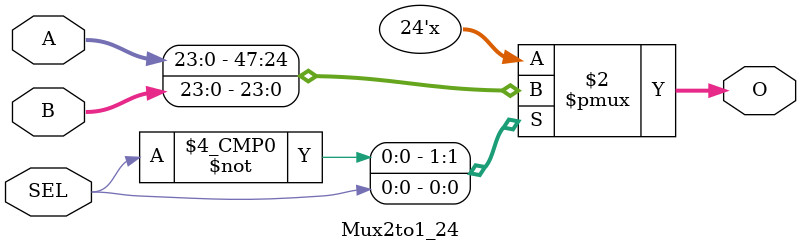
<source format=sv>
`timescale 1ns / 1ps


module Mux2to1_24(O,A,B,SEL);
parameter k=24;
input [k-1:0]A,B;
input SEL;
output [k-1:0]O;
reg [k-1:0]O;

always @(*) begin
    case(SEL)
        1'b0: O=A;
        1'b1: O=B;        
    endcase

end
endmodule

</source>
